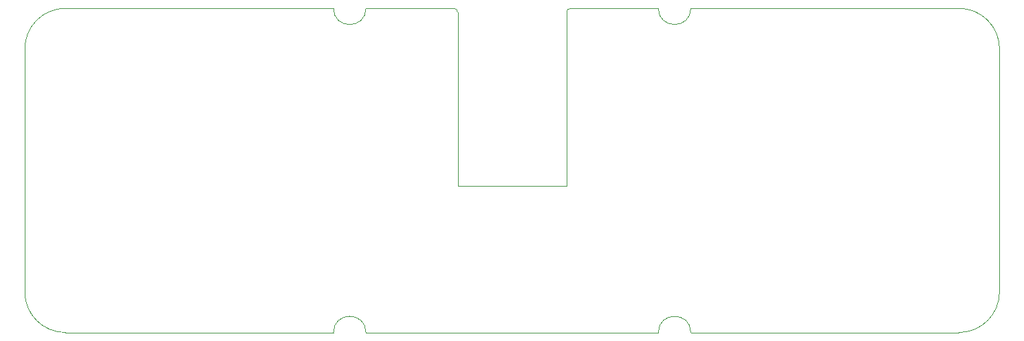
<source format=gbr>
%TF.GenerationSoftware,KiCad,Pcbnew,7.0.8*%
%TF.CreationDate,2023-11-24T20:45:19-06:00*%
%TF.ProjectId,buinchiez40,6275696e-6368-4696-957a-34302e6b6963,rev?*%
%TF.SameCoordinates,Original*%
%TF.FileFunction,Profile,NP*%
%FSLAX46Y46*%
G04 Gerber Fmt 4.6, Leading zero omitted, Abs format (unit mm)*
G04 Created by KiCad (PCBNEW 7.0.8) date 2023-11-24 20:45:19*
%MOMM*%
%LPD*%
G01*
G04 APERTURE LIST*
%TA.AperFunction,Profile*%
%ADD10C,0.100000*%
%TD*%
%TA.AperFunction,Profile*%
%ADD11C,0.120000*%
%TD*%
G04 APERTURE END LIST*
D10*
X205000000Y-60000000D02*
G75*
G03*
X200000000Y-55000000I-5000000J0D01*
G01*
X85000000Y-90000000D02*
G75*
G03*
X90000000Y-95000000I5000000J0D01*
G01*
X167000000Y-95000000D02*
X200000000Y-95000000D01*
X163000000Y-55000000D02*
G75*
G03*
X167000000Y-55000000I2000000J0D01*
G01*
X123000000Y-55000000D02*
X90000000Y-55000000D01*
X90000000Y-95000000D02*
X123000000Y-95000000D01*
X138300000Y-55500000D02*
G75*
G03*
X137800000Y-55000000I-500000J0D01*
G01*
X200000000Y-95000000D02*
G75*
G03*
X205000000Y-90000000I0J5000000D01*
G01*
X127000000Y-95000000D02*
G75*
G03*
X123000000Y-95000000I-2000000J0D01*
G01*
X152200000Y-55000000D02*
X163000000Y-55000000D01*
X90000000Y-55000000D02*
G75*
G03*
X85000000Y-60000000I0J-5000000D01*
G01*
X127000000Y-95000000D02*
X163000000Y-95000000D01*
X123000000Y-55000000D02*
G75*
G03*
X127000000Y-55000000I2000000J0D01*
G01*
X200000000Y-55000000D02*
X167000000Y-55000000D01*
X152200000Y-55000000D02*
G75*
G03*
X151700000Y-55500000I0J-500000D01*
G01*
X151700000Y-55920000D02*
X151700000Y-55500000D01*
X85000000Y-60000000D02*
X85000000Y-90000000D01*
X137800000Y-55000000D02*
X127000000Y-55000000D01*
X138300000Y-55920000D02*
X138300000Y-55500000D01*
X205000000Y-90000000D02*
X205000000Y-60000000D01*
X167000000Y-95000000D02*
G75*
G03*
X163000000Y-95000000I-2000000J0D01*
G01*
D11*
%TO.C,U1*%
X138300000Y-55920000D02*
X138300000Y-76920000D01*
X138300000Y-76920000D02*
X151700000Y-76920000D01*
X151700000Y-76920000D02*
X151700000Y-55920000D01*
%TD*%
M02*

</source>
